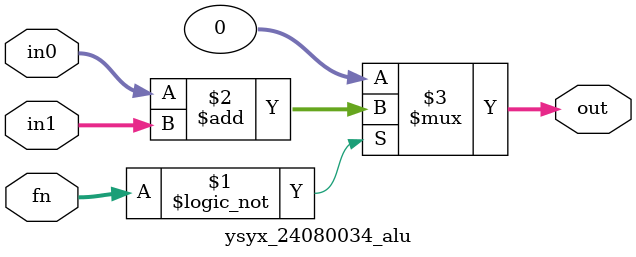
<source format=v>
module ysyx_24080034_alu(
    input  [31:0] in0,
    input  [31:0] in1,
    input  [ 3:0] fn,
    output [31:0] out 
);

    assign out = (fn == 4'd0) ? in0 + in1 : // ADD
                 32'b0;

endmodule

</source>
